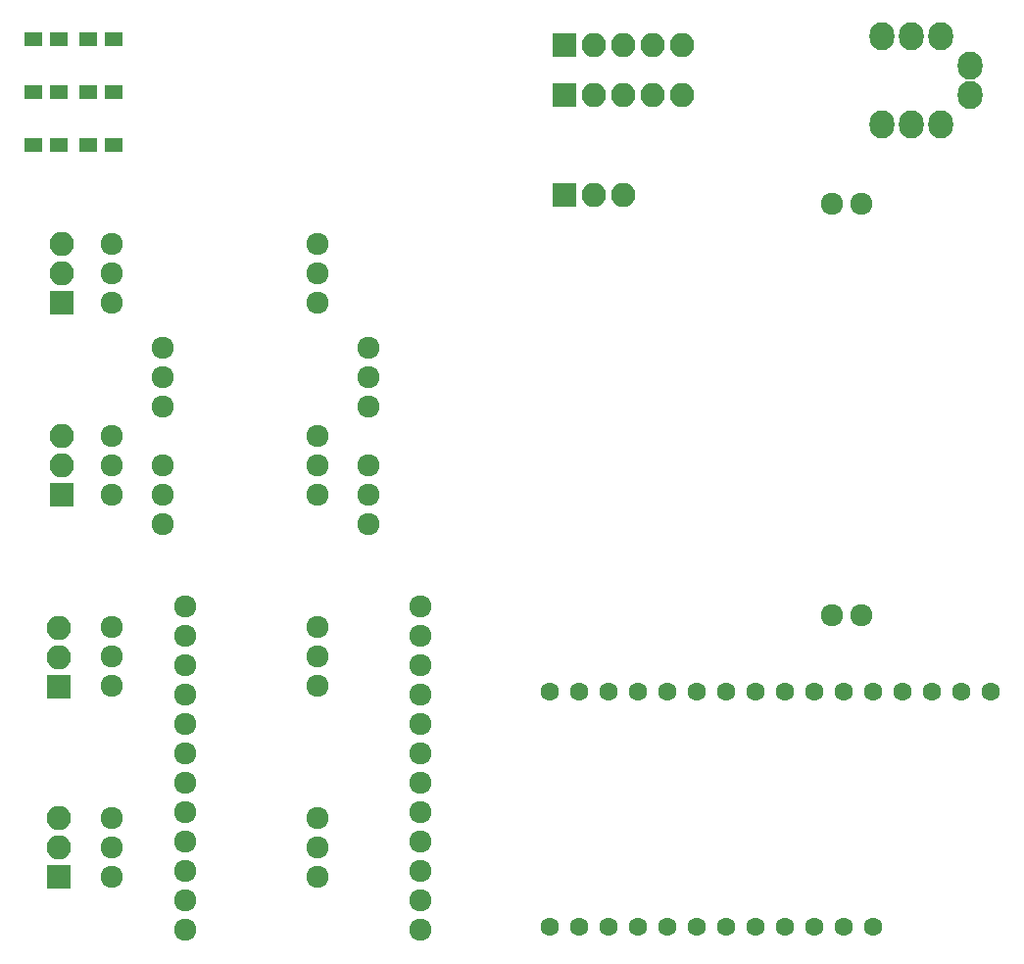
<source format=gbr>
G04 #@! TF.FileFunction,Soldermask,Top*
%FSLAX46Y46*%
G04 Gerber Fmt 4.6, Leading zero omitted, Abs format (unit mm)*
G04 Created by KiCad (PCBNEW 4.0.5) date 03/23/17 16:30:41*
%MOMM*%
%LPD*%
G01*
G04 APERTURE LIST*
%ADD10C,0.100000*%
%ADD11C,1.924000*%
%ADD12C,1.600000*%
%ADD13R,1.600000X1.300000*%
%ADD14R,2.100000X2.100000*%
%ADD15O,2.100000X2.100000*%
%ADD16O,2.127200X2.432000*%
G04 APERTURE END LIST*
D10*
D11*
X189000000Y-105380000D03*
X189000000Y-102840000D03*
X189000000Y-100300000D03*
X189000000Y-110460000D03*
X189000000Y-113000000D03*
X189000000Y-115540000D03*
X171220000Y-100300000D03*
X171220000Y-102840000D03*
X171220000Y-105380000D03*
X171220000Y-110460000D03*
X171220000Y-113000000D03*
X171220000Y-115540000D03*
X184620000Y-113000000D03*
X184620000Y-110460000D03*
X184620000Y-107920000D03*
X166840000Y-113000000D03*
X166840000Y-110460000D03*
X166840000Y-107920000D03*
X184658000Y-129540000D03*
X184658000Y-127000000D03*
X184658000Y-124460000D03*
X166878000Y-129540000D03*
X166878000Y-127000000D03*
X166878000Y-124460000D03*
X184658000Y-146050000D03*
X184658000Y-143510000D03*
X184658000Y-140970000D03*
X166878000Y-146050000D03*
X166878000Y-143510000D03*
X166878000Y-140970000D03*
X184620000Y-96460000D03*
X184620000Y-93920000D03*
X184620000Y-91380000D03*
X166840000Y-96460000D03*
X166840000Y-93920000D03*
X166840000Y-91380000D03*
D12*
X242824000Y-130048000D03*
X240284000Y-130048000D03*
X237744000Y-130048000D03*
X235204000Y-130048000D03*
X232664000Y-150368000D03*
X232664000Y-130048000D03*
X230124000Y-150368000D03*
X230124000Y-130048000D03*
X227584000Y-150368000D03*
X227584000Y-130048000D03*
X225044000Y-150368000D03*
X225044000Y-130048000D03*
X222504000Y-150368000D03*
X222504000Y-130048000D03*
X219964000Y-150368000D03*
X219964000Y-130048000D03*
X217424000Y-150368000D03*
X217424000Y-130048000D03*
X214884000Y-150368000D03*
X214884000Y-130048000D03*
X212344000Y-150368000D03*
X212344000Y-130048000D03*
X209804000Y-150368000D03*
X209804000Y-130048000D03*
X207264000Y-150368000D03*
X207264000Y-130048000D03*
X204724000Y-150368000D03*
X204724000Y-130048000D03*
D13*
X160105390Y-73660000D03*
X162305390Y-73660000D03*
X160105390Y-78232000D03*
X162305390Y-78232000D03*
X160106000Y-82804000D03*
X162306000Y-82804000D03*
X167005390Y-73660000D03*
X164805390Y-73660000D03*
X167005390Y-78232000D03*
X164805390Y-78232000D03*
X167005000Y-82804000D03*
X164805000Y-82804000D03*
D11*
X229108000Y-87884000D03*
X231648000Y-87884000D03*
X231648000Y-123444000D03*
X229108000Y-123444000D03*
D14*
X205994000Y-78486000D03*
D15*
X208534000Y-78486000D03*
X211074000Y-78486000D03*
X213614000Y-78486000D03*
X216154000Y-78486000D03*
D14*
X205935915Y-74177492D03*
D15*
X208475915Y-74177492D03*
X211015915Y-74177492D03*
X213555915Y-74177492D03*
X216095915Y-74177492D03*
D14*
X205994000Y-87122000D03*
D15*
X208534000Y-87122000D03*
X211074000Y-87122000D03*
D16*
X238506000Y-81026000D03*
X235966000Y-81026000D03*
X233426000Y-81026000D03*
X241046000Y-78486000D03*
X241046000Y-75946000D03*
X238506000Y-73406000D03*
X235966000Y-73406000D03*
X233426000Y-73406000D03*
D14*
X162500000Y-113000000D03*
D15*
X162500000Y-110460000D03*
X162500000Y-107920000D03*
D14*
X162246000Y-129570000D03*
D15*
X162246000Y-127030000D03*
X162246000Y-124490000D03*
D14*
X162246000Y-146050000D03*
D15*
X162246000Y-143510000D03*
X162246000Y-140970000D03*
D14*
X162500000Y-96460000D03*
D15*
X162500000Y-93920000D03*
X162500000Y-91380000D03*
D11*
X173228000Y-122682000D03*
X173228000Y-125222000D03*
X173228000Y-127762000D03*
X173228000Y-130302000D03*
X173228000Y-132842000D03*
X173228000Y-135382000D03*
X173228000Y-137922000D03*
X173228000Y-140462000D03*
X173228000Y-143002000D03*
X173228000Y-145542000D03*
X173228000Y-148082000D03*
X193548000Y-148082000D03*
X193548000Y-145542000D03*
X193548000Y-143002000D03*
X193548000Y-140462000D03*
X193548000Y-137922000D03*
X193548000Y-135382000D03*
X193548000Y-122682000D03*
X193548000Y-125222000D03*
X193548000Y-127762000D03*
X193548000Y-130302000D03*
X193548000Y-132842000D03*
X173228000Y-150622000D03*
X193548000Y-150622000D03*
M02*

</source>
